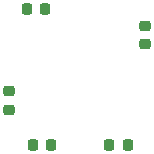
<source format=gbp>
G04 #@! TF.GenerationSoftware,KiCad,Pcbnew,7.0.8-7.0.8~ubuntu22.04.1*
G04 #@! TF.CreationDate,2024-01-26T15:53:44+01:00*
G04 #@! TF.ProjectId,shoulder,73686f75-6c64-4657-922e-6b696361645f,1.1*
G04 #@! TF.SameCoordinates,Original*
G04 #@! TF.FileFunction,Paste,Bot*
G04 #@! TF.FilePolarity,Positive*
%FSLAX46Y46*%
G04 Gerber Fmt 4.6, Leading zero omitted, Abs format (unit mm)*
G04 Created by KiCad (PCBNEW 7.0.8-7.0.8~ubuntu22.04.1) date 2024-01-26 15:53:44*
%MOMM*%
%LPD*%
G01*
G04 APERTURE LIST*
G04 Aperture macros list*
%AMRoundRect*
0 Rectangle with rounded corners*
0 $1 Rounding radius*
0 $2 $3 $4 $5 $6 $7 $8 $9 X,Y pos of 4 corners*
0 Add a 4 corners polygon primitive as box body*
4,1,4,$2,$3,$4,$5,$6,$7,$8,$9,$2,$3,0*
0 Add four circle primitives for the rounded corners*
1,1,$1+$1,$2,$3*
1,1,$1+$1,$4,$5*
1,1,$1+$1,$6,$7*
1,1,$1+$1,$8,$9*
0 Add four rect primitives between the rounded corners*
20,1,$1+$1,$2,$3,$4,$5,0*
20,1,$1+$1,$4,$5,$6,$7,0*
20,1,$1+$1,$6,$7,$8,$9,0*
20,1,$1+$1,$8,$9,$2,$3,0*%
G04 Aperture macros list end*
%ADD10RoundRect,0.225000X0.250000X-0.225000X0.250000X0.225000X-0.250000X0.225000X-0.250000X-0.225000X0*%
%ADD11RoundRect,0.225000X0.225000X0.250000X-0.225000X0.250000X-0.225000X-0.250000X0.225000X-0.250000X0*%
%ADD12RoundRect,0.225000X-0.250000X0.225000X-0.250000X-0.225000X0.250000X-0.225000X0.250000X0.225000X0*%
%ADD13RoundRect,0.225000X-0.225000X-0.250000X0.225000X-0.250000X0.225000X0.250000X-0.225000X0.250000X0*%
G04 APERTURE END LIST*
D10*
X121500000Y-83500000D03*
X121500000Y-81950000D03*
D11*
X113025000Y-80500000D03*
X111475000Y-80500000D03*
D12*
X110000000Y-87475000D03*
X110000000Y-89025000D03*
D13*
X118475000Y-92000000D03*
X120025000Y-92000000D03*
X111975000Y-92000000D03*
X113525000Y-92000000D03*
M02*

</source>
